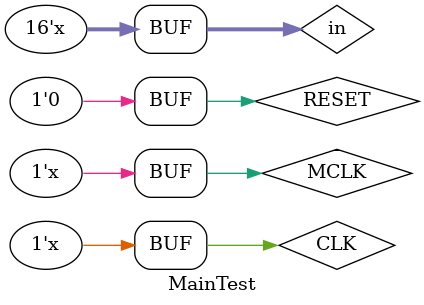
<source format=v>
`timescale 1ns / 1ps


module MainTest;

	// Inputs
	reg CLK;
	reg [15:0] in;
	reg MCLK;
	reg SWITCH;
	reg RESET;

	// Outputs
	wire [7:0] seg_pattern;
	wire [3:0] seg_digit;
	wire DMD_CLR;
	wire [3:0] dmd_seg;
	wire [15:0] dmd_column;
	wire DMD_CLK;

	// Instantiate the Unit Under Test (UUT)
	Main uut (
		.CLK(CLK), 
		.in(in), 
		.MCLK(MCLK), 
		.SWITCH(SWITCH), 
		.RESET(RESET), 
		.seg_pattern(seg_pattern), 
		.seg_digit(seg_digit), 
		.DMD_CLR(DMD_CLR), 
		.dmd_seg(dmd_seg), 
		.dmd_column(dmd_column), 
		.DMD_CLK(DMD_CLK)
	);

	initial begin
		// Initialize Inputs
		CLK = 0;
		in = 16'b0000_0000_0000_0000;
		MCLK = 0;
		SWITCH = 0;
		RESET = 0;

		// Wait 100 ns for global reset to finish
		
        
		// Add stimulus here
		
	end
     
	always begin
		#1 CLK = ~CLK;
	end
	integer i = 0;
	always begin
		if(i == 0)begin
		#100000 MCLK = ~MCLK;
		in = in + 16'b0000_0000_0000_0001;
		#100 MCLK = ~MCLK;
		end else begin
			#1000 SWITCH = 1;
			#100 SWITCH = 0;
		end
		if(in == 16'b0000_0000_0111_1111)begin
			i = 1;
			//SWITCH = 1;
			//in[15] = 0;
			//in[13] = 1;
			
		end
	end

		
endmodule


</source>
